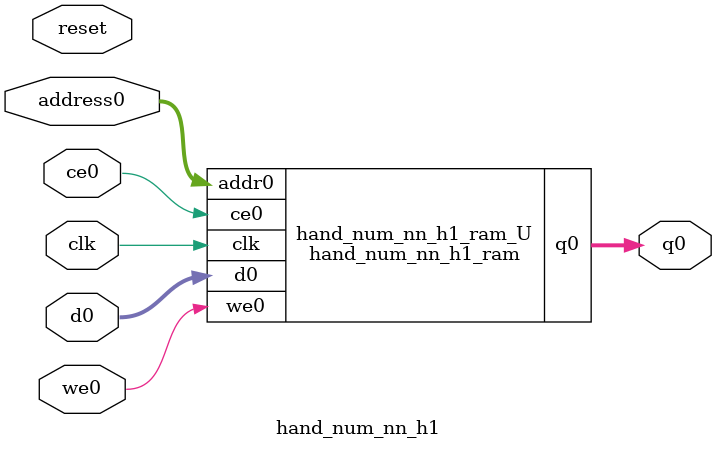
<source format=v>

`timescale 1 ns / 1 ps
module hand_num_nn_h1_ram (addr0, ce0, d0, we0, q0,  clk);

parameter DWIDTH = 32;
parameter AWIDTH = 4;
parameter MEM_SIZE = 15;

input[AWIDTH-1:0] addr0;
input ce0;
input[DWIDTH-1:0] d0;
input we0;
output reg[DWIDTH-1:0] q0;
input clk;

(* ram_style = "distributed" *)reg [DWIDTH-1:0] ram[0:MEM_SIZE-1];




always @(posedge clk)  
begin 
    if (ce0) 
    begin
        if (we0) 
        begin 
            ram[addr0] <= d0; 
            q0 <= d0;
        end 
        else 
            q0 <= ram[addr0];
    end
end


endmodule


`timescale 1 ns / 1 ps
module hand_num_nn_h1(
    reset,
    clk,
    address0,
    ce0,
    we0,
    d0,
    q0);

parameter DataWidth = 32'd32;
parameter AddressRange = 32'd15;
parameter AddressWidth = 32'd4;
input reset;
input clk;
input[AddressWidth - 1:0] address0;
input ce0;
input we0;
input[DataWidth - 1:0] d0;
output[DataWidth - 1:0] q0;



hand_num_nn_h1_ram hand_num_nn_h1_ram_U(
    .clk( clk ),
    .addr0( address0 ),
    .ce0( ce0 ),
    .d0( d0 ),
    .we0( we0 ),
    .q0( q0 ));

endmodule


</source>
